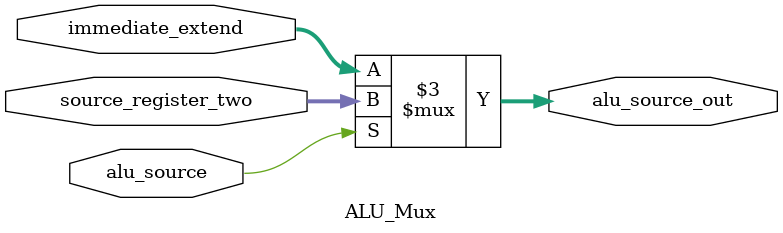
<source format=sv>
`timescale 1ns / 1ps


module ALU_Mux(input logic [0:0] alu_source, input logic [31:0] immediate_extend, input logic [31:0] source_register_two,
output logic [31:0] alu_source_out
    );
    
always_comb begin
    if (alu_source) alu_source_out = source_register_two;
    else alu_source_out = immediate_extend;
end        
    
endmodule

</source>
